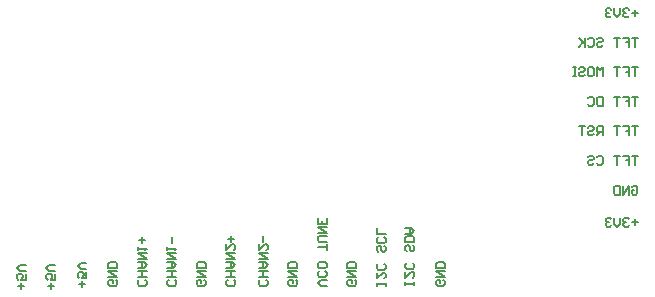
<source format=gbr>
%TF.GenerationSoftware,Altium Limited,Altium Designer,26.2.0 (7)*%
G04 Layer_Color=32896*
%FSLAX45Y45*%
%MOMM*%
%TF.SameCoordinates,98F60570-CFD4-4618-BAC5-DA2D18F82F03*%
%TF.FilePolarity,Positive*%
%TF.FileFunction,Legend,Bot*%
%TF.Part,Single*%
G01*
G75*
%TA.AperFunction,NonConductor*%
%ADD52C,0.20000*%
D52*
X5782480Y594984D02*
X5794976Y582488D01*
Y557496D01*
X5782480Y545000D01*
X5732496D01*
X5720000Y557496D01*
Y582488D01*
X5732496Y594984D01*
X5757488D01*
Y569992D01*
X5720000Y619976D02*
X5794976D01*
X5720000Y669960D01*
X5794976D01*
Y694952D02*
X5720000D01*
Y732440D01*
X5732496Y744936D01*
X5782480D01*
X5794976Y732440D01*
Y694952D01*
X7374986Y1377268D02*
X7387482Y1389764D01*
X7412474D01*
X7424970Y1377268D01*
Y1327284D01*
X7412474Y1314788D01*
X7387482D01*
X7374986Y1327284D01*
Y1352276D01*
X7399978D01*
X7349994Y1314788D02*
Y1389764D01*
X7300010Y1314788D01*
Y1389764D01*
X7275018D02*
Y1314788D01*
X7237530D01*
X7225034Y1327284D01*
Y1377268D01*
X7237530Y1389764D01*
X7275018D01*
X7430000Y2857488D02*
X7380016D01*
X7405008Y2882480D02*
Y2832496D01*
X7355024Y2882480D02*
X7342528Y2894976D01*
X7317536D01*
X7305040Y2882480D01*
Y2869984D01*
X7317536Y2857488D01*
X7330032D01*
X7317536D01*
X7305040Y2844992D01*
Y2832496D01*
X7317536Y2820000D01*
X7342528D01*
X7355024Y2832496D01*
X7280048Y2894976D02*
Y2844992D01*
X7255056Y2820000D01*
X7230064Y2844992D01*
Y2894976D01*
X7205072Y2882480D02*
X7192576Y2894976D01*
X7167584D01*
X7155088Y2882480D01*
Y2869984D01*
X7167584Y2857488D01*
X7180080D01*
X7167584D01*
X7155088Y2844992D01*
Y2832496D01*
X7167584Y2820000D01*
X7192576D01*
X7205072Y2832496D01*
X7430000Y2644976D02*
X7380016D01*
X7405008D01*
Y2570000D01*
X7305040Y2644976D02*
X7355024D01*
Y2607488D01*
X7330032D01*
X7355024D01*
Y2570000D01*
X7280048Y2644976D02*
X7230064D01*
X7255056D01*
Y2570000D01*
X7080112Y2632480D02*
X7092608Y2644976D01*
X7117600D01*
X7130096Y2632480D01*
Y2619984D01*
X7117600Y2607488D01*
X7092608D01*
X7080112Y2594992D01*
Y2582496D01*
X7092608Y2570000D01*
X7117600D01*
X7130096Y2582496D01*
X7005136Y2632480D02*
X7017632Y2644976D01*
X7042624D01*
X7055120Y2632480D01*
Y2582496D01*
X7042624Y2570000D01*
X7017632D01*
X7005136Y2582496D01*
X6980144Y2644976D02*
Y2570000D01*
Y2594992D01*
X6930160Y2644976D01*
X6967648Y2607488D01*
X6930160Y2570000D01*
X7430000Y1082488D02*
X7380016D01*
X7405008Y1107480D02*
Y1057496D01*
X7355024Y1107480D02*
X7342528Y1119976D01*
X7317536D01*
X7305040Y1107480D01*
Y1094984D01*
X7317536Y1082488D01*
X7330032D01*
X7317536D01*
X7305040Y1069992D01*
Y1057496D01*
X7317536Y1045000D01*
X7342528D01*
X7355024Y1057496D01*
X7280048Y1119976D02*
Y1069992D01*
X7255056Y1045000D01*
X7230064Y1069992D01*
Y1119976D01*
X7205072Y1107480D02*
X7192576Y1119976D01*
X7167584D01*
X7155088Y1107480D01*
Y1094984D01*
X7167584Y1082488D01*
X7180080D01*
X7167584D01*
X7155088Y1069992D01*
Y1057496D01*
X7167584Y1045000D01*
X7192576D01*
X7205072Y1057496D01*
X7430000Y1644976D02*
X7380016D01*
X7405008D01*
Y1570000D01*
X7305040Y1644976D02*
X7355024D01*
Y1607488D01*
X7330032D01*
X7355024D01*
Y1570000D01*
X7280048Y1644976D02*
X7230064D01*
X7255056D01*
Y1570000D01*
X7080112Y1632480D02*
X7092608Y1644976D01*
X7117600D01*
X7130096Y1632480D01*
Y1582496D01*
X7117600Y1570000D01*
X7092608D01*
X7080112Y1582496D01*
X7005136Y1632480D02*
X7017632Y1644976D01*
X7042624D01*
X7055120Y1632480D01*
Y1619984D01*
X7042624Y1607488D01*
X7017632D01*
X7005136Y1594992D01*
Y1582496D01*
X7017632Y1570000D01*
X7042624D01*
X7055120Y1582496D01*
X7430000Y1894976D02*
X7380016D01*
X7405008D01*
Y1820000D01*
X7305040Y1894976D02*
X7355024D01*
Y1857488D01*
X7330032D01*
X7355024D01*
Y1820000D01*
X7280048Y1894976D02*
X7230064D01*
X7255056D01*
Y1820000D01*
X7130096D02*
Y1894976D01*
X7092608D01*
X7080112Y1882480D01*
Y1857488D01*
X7092608Y1844992D01*
X7130096D01*
X7105104D02*
X7080112Y1820000D01*
X7005136Y1882480D02*
X7017632Y1894976D01*
X7042624D01*
X7055120Y1882480D01*
Y1869984D01*
X7042624Y1857488D01*
X7017632D01*
X7005136Y1844992D01*
Y1832496D01*
X7017632Y1820000D01*
X7042624D01*
X7055120Y1832496D01*
X6980144Y1894976D02*
X6930160D01*
X6955152D01*
Y1820000D01*
X7430000Y2144976D02*
X7380016D01*
X7405008D01*
Y2070000D01*
X7305040Y2144976D02*
X7355024D01*
Y2107488D01*
X7330032D01*
X7355024D01*
Y2070000D01*
X7280048Y2144976D02*
X7230064D01*
X7255056D01*
Y2070000D01*
X7130096Y2144976D02*
Y2070000D01*
X7092608D01*
X7080112Y2082496D01*
Y2132480D01*
X7092608Y2144976D01*
X7130096D01*
X7005136Y2132480D02*
X7017632Y2144976D01*
X7042624D01*
X7055120Y2132480D01*
Y2082496D01*
X7042624Y2070000D01*
X7017632D01*
X7005136Y2082496D01*
X7430000Y2394976D02*
X7380016D01*
X7405008D01*
Y2320000D01*
X7305040Y2394976D02*
X7355024D01*
Y2357488D01*
X7330032D01*
X7355024D01*
Y2320000D01*
X7280048Y2394976D02*
X7230064D01*
X7255056D01*
Y2320000D01*
X7130096D02*
Y2394976D01*
X7105104Y2369984D01*
X7080112Y2394976D01*
Y2320000D01*
X7017632Y2394976D02*
X7042624D01*
X7055120Y2382480D01*
Y2332496D01*
X7042624Y2320000D01*
X7017632D01*
X7005136Y2332496D01*
Y2382480D01*
X7017632Y2394976D01*
X6930160Y2382480D02*
X6942656Y2394976D01*
X6967648D01*
X6980144Y2382480D01*
Y2369984D01*
X6967648Y2357488D01*
X6942656D01*
X6930160Y2344992D01*
Y2332496D01*
X6942656Y2320000D01*
X6967648D01*
X6980144Y2332496D01*
X6905168Y2394976D02*
X6880176D01*
X6892672D01*
Y2320000D01*
X6905168D01*
X6880176D01*
X5534976Y550000D02*
Y574992D01*
Y562496D01*
X5460000D01*
Y550000D01*
Y574992D01*
Y662464D02*
Y612480D01*
X5509984Y662464D01*
X5522480D01*
X5534976Y649968D01*
Y624976D01*
X5522480Y612480D01*
Y737440D02*
X5534976Y724944D01*
Y699952D01*
X5522480Y687456D01*
X5472496D01*
X5460000Y699952D01*
Y724944D01*
X5472496Y737440D01*
X5522480Y887392D02*
X5534976Y874896D01*
Y849904D01*
X5522480Y837408D01*
X5509984D01*
X5497488Y849904D01*
Y874896D01*
X5484992Y887392D01*
X5472496D01*
X5460000Y874896D01*
Y849904D01*
X5472496Y837408D01*
X5534976Y912384D02*
X5460000D01*
Y949872D01*
X5472496Y962368D01*
X5522480D01*
X5534976Y949872D01*
Y912384D01*
X5460000Y987360D02*
X5509984D01*
X5534976Y1012352D01*
X5509984Y1037344D01*
X5460000D01*
X5497488D01*
Y987360D01*
X5294976Y545000D02*
Y569992D01*
Y557496D01*
X5220000D01*
Y545000D01*
Y569992D01*
Y657464D02*
Y607480D01*
X5269984Y657464D01*
X5282480D01*
X5294976Y644968D01*
Y619976D01*
X5282480Y607480D01*
Y732440D02*
X5294976Y719944D01*
Y694952D01*
X5282480Y682456D01*
X5232496D01*
X5220000Y694952D01*
Y719944D01*
X5232496Y732440D01*
X5282480Y882392D02*
X5294976Y869896D01*
Y844904D01*
X5282480Y832408D01*
X5269984D01*
X5257488Y844904D01*
Y869896D01*
X5244992Y882392D01*
X5232496D01*
X5220000Y869896D01*
Y844904D01*
X5232496Y832408D01*
X5282480Y957368D02*
X5294976Y944872D01*
Y919880D01*
X5282480Y907384D01*
X5232496D01*
X5220000Y919880D01*
Y944872D01*
X5232496Y957368D01*
X5294976Y982360D02*
X5220000D01*
Y1032344D01*
X3507480Y594984D02*
X3519976Y582488D01*
Y557496D01*
X3507480Y545000D01*
X3457496D01*
X3445000Y557496D01*
Y582488D01*
X3457496Y594984D01*
X3519976Y619976D02*
X3445000D01*
X3482488D01*
Y669960D01*
X3519976D01*
X3445000D01*
Y694952D02*
X3494984D01*
X3519976Y719944D01*
X3494984Y744936D01*
X3445000D01*
X3482488D01*
Y694952D01*
X3445000Y769928D02*
X3519976D01*
X3445000Y819912D01*
X3519976D01*
X3445000Y844904D02*
Y869896D01*
Y857400D01*
X3519976D01*
X3507480Y844904D01*
X3482488Y907384D02*
Y957368D01*
X3257480Y594984D02*
X3269976Y582488D01*
Y557496D01*
X3257480Y545000D01*
X3207496D01*
X3195000Y557496D01*
Y582488D01*
X3207496Y594984D01*
X3269976Y619976D02*
X3195000D01*
X3232488D01*
Y669960D01*
X3269976D01*
X3195000D01*
Y694952D02*
X3244984D01*
X3269976Y719944D01*
X3244984Y744936D01*
X3195000D01*
X3232488D01*
Y694952D01*
X3195000Y769928D02*
X3269976D01*
X3195000Y819912D01*
X3269976D01*
X3195000Y844904D02*
Y869896D01*
Y857400D01*
X3269976D01*
X3257480Y844904D01*
X3232488Y907384D02*
Y957368D01*
X3257480Y932376D02*
X3207496D01*
X3007480Y594984D02*
X3019976Y582488D01*
Y557496D01*
X3007480Y545000D01*
X2957496D01*
X2945000Y557496D01*
Y582488D01*
X2957496Y594984D01*
X2982488D01*
Y569992D01*
X2945000Y619976D02*
X3019976D01*
X2945000Y669960D01*
X3019976D01*
Y694952D02*
X2945000D01*
Y732440D01*
X2957496Y744936D01*
X3007480D01*
X3019976Y732440D01*
Y694952D01*
X2722488Y535000D02*
Y584984D01*
X2747480Y559993D02*
X2697496D01*
X2759976Y659960D02*
Y609976D01*
X2722488D01*
X2734984Y634969D01*
Y647464D01*
X2722488Y659960D01*
X2697496D01*
X2685000Y647464D01*
Y622472D01*
X2697496Y609976D01*
X2759976Y684952D02*
X2709992D01*
X2685000Y709944D01*
X2709992Y734936D01*
X2759976D01*
X2457488Y520000D02*
Y569984D01*
X2482480Y544992D02*
X2432496D01*
X2494976Y644960D02*
Y594976D01*
X2457488D01*
X2469984Y619968D01*
Y632464D01*
X2457488Y644960D01*
X2432496D01*
X2420000Y632464D01*
Y607472D01*
X2432496Y594976D01*
X2494976Y669952D02*
X2444992D01*
X2420000Y694944D01*
X2444992Y719936D01*
X2494976D01*
X2207488Y520000D02*
Y569984D01*
X2232480Y544992D02*
X2182496D01*
X2244976Y644960D02*
Y594976D01*
X2207488D01*
X2219984Y619968D01*
Y632464D01*
X2207488Y644960D01*
X2182496D01*
X2170000Y632464D01*
Y607472D01*
X2182496Y594976D01*
X2244976Y669952D02*
X2194992D01*
X2170000Y694944D01*
X2194992Y719936D01*
X2244976D01*
X3757480Y594984D02*
X3769976Y582488D01*
Y557496D01*
X3757480Y545000D01*
X3707496D01*
X3695000Y557496D01*
Y582488D01*
X3707496Y594984D01*
X3732488D01*
Y569992D01*
X3695000Y619976D02*
X3769976D01*
X3695000Y669960D01*
X3769976D01*
Y694952D02*
X3695000D01*
Y732440D01*
X3707496Y744936D01*
X3757480D01*
X3769976Y732440D01*
Y694952D01*
X4007480Y594984D02*
X4019976Y582488D01*
Y557496D01*
X4007480Y545000D01*
X3957496D01*
X3945000Y557496D01*
Y582488D01*
X3957496Y594984D01*
X4019976Y619976D02*
X3945000D01*
X3982488D01*
Y669960D01*
X4019976D01*
X3945000D01*
Y694952D02*
X3994984D01*
X4019976Y719944D01*
X3994984Y744936D01*
X3945000D01*
X3982488D01*
Y694952D01*
X3945000Y769928D02*
X4019976D01*
X3945000Y819912D01*
X4019976D01*
X3945000Y894888D02*
Y844904D01*
X3994984Y894888D01*
X4007480D01*
X4019976Y882392D01*
Y857400D01*
X4007480Y844904D01*
X3982488Y919880D02*
Y969864D01*
X4007480Y944872D02*
X3957496D01*
X4282480Y594984D02*
X4294976Y582488D01*
Y557496D01*
X4282480Y545000D01*
X4232496D01*
X4220000Y557496D01*
Y582488D01*
X4232496Y594984D01*
X4294976Y619976D02*
X4220000D01*
X4257488D01*
Y669960D01*
X4294976D01*
X4220000D01*
Y694952D02*
X4269984D01*
X4294976Y719944D01*
X4269984Y744936D01*
X4220000D01*
X4257488D01*
Y694952D01*
X4220000Y769928D02*
X4294976D01*
X4220000Y819912D01*
X4294976D01*
X4220000Y894888D02*
Y844904D01*
X4269984Y894888D01*
X4282480D01*
X4294976Y882392D01*
Y857400D01*
X4282480Y844904D01*
X4257488Y919880D02*
Y969864D01*
X4532480Y594984D02*
X4544976Y582488D01*
Y557496D01*
X4532480Y545000D01*
X4482496D01*
X4470000Y557496D01*
Y582488D01*
X4482496Y594984D01*
X4507488D01*
Y569992D01*
X4470000Y619976D02*
X4544976D01*
X4470000Y669960D01*
X4544976D01*
Y694952D02*
X4470000D01*
Y732440D01*
X4482496Y744936D01*
X4532480D01*
X4544976Y732440D01*
Y694952D01*
X4794976Y545000D02*
X4744992D01*
X4720000Y569992D01*
X4744992Y594984D01*
X4794976D01*
X4782480Y669960D02*
X4794976Y657464D01*
Y632472D01*
X4782480Y619976D01*
X4732496D01*
X4720000Y632472D01*
Y657464D01*
X4732496Y669960D01*
X4794976Y732440D02*
Y707448D01*
X4782480Y694952D01*
X4732496D01*
X4720000Y707448D01*
Y732440D01*
X4732496Y744936D01*
X4782480D01*
X4794976Y732440D01*
Y844904D02*
Y894888D01*
Y869896D01*
X4720000D01*
X4794976Y919880D02*
X4732496D01*
X4720000Y932376D01*
Y957368D01*
X4732496Y969864D01*
X4794976D01*
X4720000Y994856D02*
X4794976D01*
X4720000Y1044840D01*
X4794976D01*
Y1119816D02*
Y1069832D01*
X4720000D01*
Y1119816D01*
X4757488Y1069832D02*
Y1094824D01*
X5032480Y594984D02*
X5044976Y582488D01*
Y557496D01*
X5032480Y545000D01*
X4982496D01*
X4970000Y557496D01*
Y582488D01*
X4982496Y594984D01*
X5007488D01*
Y569992D01*
X4970000Y619976D02*
X5044976D01*
X4970000Y669960D01*
X5044976D01*
Y694952D02*
X4970000D01*
Y732440D01*
X4982496Y744936D01*
X5032480D01*
X5044976Y732440D01*
Y694952D01*
%TF.MD5,53cfebc23e96c44451c6f2b465643506*%
M02*

</source>
